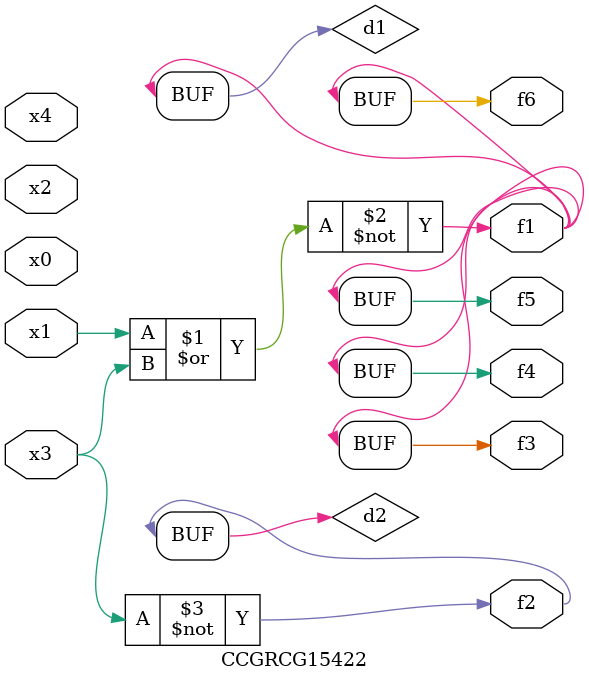
<source format=v>
module CCGRCG15422(
	input x0, x1, x2, x3, x4,
	output f1, f2, f3, f4, f5, f6
);

	wire d1, d2;

	nor (d1, x1, x3);
	not (d2, x3);
	assign f1 = d1;
	assign f2 = d2;
	assign f3 = d1;
	assign f4 = d1;
	assign f5 = d1;
	assign f6 = d1;
endmodule

</source>
